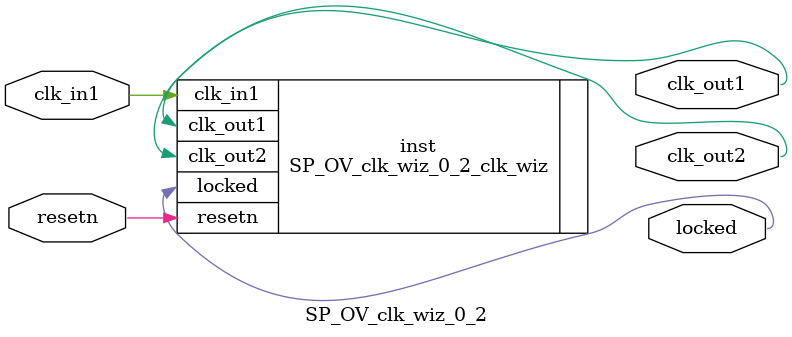
<source format=v>


`timescale 1ps/1ps

(* CORE_GENERATION_INFO = "SP_OV_clk_wiz_0_2,clk_wiz_v6_0_3_0_0,{component_name=SP_OV_clk_wiz_0_2,use_phase_alignment=true,use_min_o_jitter=true,use_max_i_jitter=false,use_dyn_phase_shift=false,use_inclk_switchover=false,use_dyn_reconfig=false,enable_axi=0,feedback_source=FDBK_AUTO,PRIMITIVE=MMCM,num_out_clk=2,clkin1_period=10.000,clkin2_period=10.000,use_power_down=false,use_reset=true,use_locked=true,use_inclk_stopped=false,feedback_type=SINGLE,CLOCK_MGR_TYPE=NA,manual_override=false}" *)

module SP_OV_clk_wiz_0_2 
 (
  // Clock out ports
  output        clk_out1,
  output        clk_out2,
  // Status and control signals
  input         resetn,
  output        locked,
 // Clock in ports
  input         clk_in1
 );

  SP_OV_clk_wiz_0_2_clk_wiz inst
  (
  // Clock out ports  
  .clk_out1(clk_out1),
  .clk_out2(clk_out2),
  // Status and control signals               
  .resetn(resetn), 
  .locked(locked),
 // Clock in ports
  .clk_in1(clk_in1)
  );

endmodule

</source>
